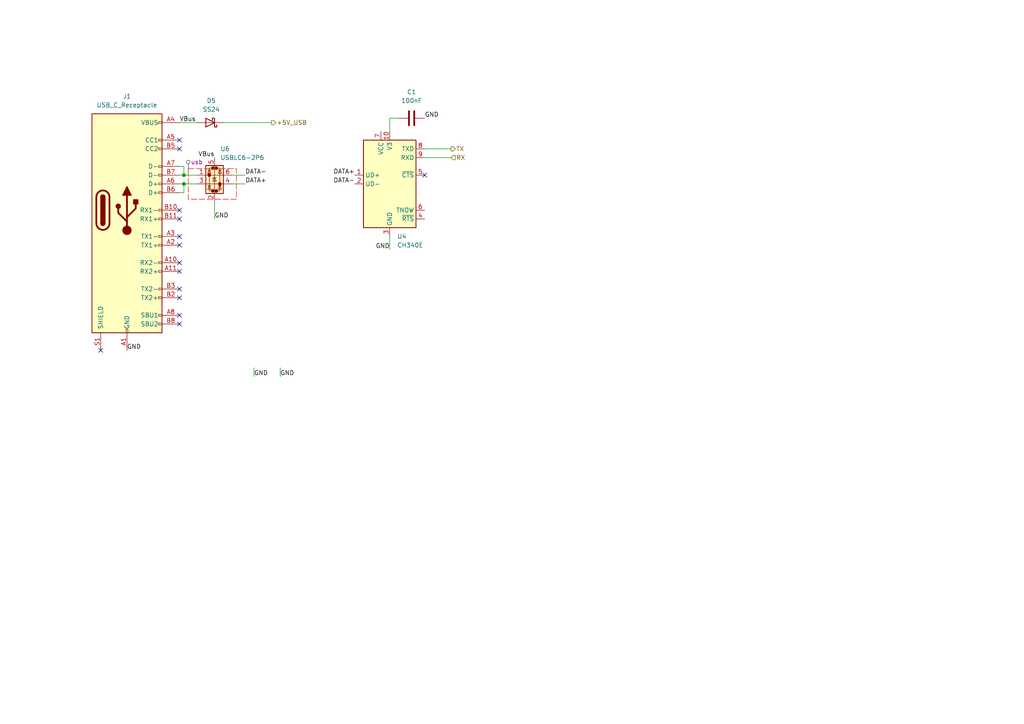
<source format=kicad_sch>
(kicad_sch (version 20250114) (generator "eeschema") (generator_version "9.0")
  (paper "A4")
  (lib_symbols
    (symbol "CREPP_Connectors_USB_C:USB_C_Receptacle" (pin_names (offset 1.016))
      (property "Reference" "J" (at -10.16 29.21 0))
      (property "Value" "USB_C_Receptacle" (at 10.16 29.21 0))
      (symbol "USB_C_Receptacle_0_0"
        (rectangle (start -0.254 -35.56) (end 0.254 -34.544))
        (rectangle (start 10.16 25.654) (end 9.144 25.146))
        (rectangle (start 10.16 20.574) (end 9.144 20.066))
        (rectangle (start 10.16 18.034) (end 9.144 17.526))
        (rectangle (start 10.16 12.954) (end 9.144 12.446))
        (rectangle (start 10.16 10.414) (end 9.144 9.906))
        (rectangle (start 10.16 7.874) (end 9.144 7.366))
        (rectangle (start 10.16 5.334) (end 9.144 4.826))
        (rectangle (start 10.16 0.254) (end 9.144 -0.254))
        (rectangle (start 10.16 -2.286) (end 9.144 -2.794))
        (rectangle (start 10.16 -7.366) (end 9.144 -7.874))
        (rectangle (start 10.16 -9.906) (end 9.144 -10.414))
        (rectangle (start 10.16 -14.986) (end 9.144 -15.494))
        (rectangle (start 10.16 -17.526) (end 9.144 -18.034))
        (rectangle (start 10.16 -22.606) (end 9.144 -23.114))
        (rectangle (start 10.16 -25.146) (end 9.144 -25.654))
        (rectangle (start 10.16 -30.226) (end 9.144 -30.734))
        (rectangle (start 10.16 -32.766) (end 9.144 -33.274))
      )
      (symbol "USB_C_Receptacle_0_1"
        (rectangle (start -10.16 27.94) (end 10.16 -35.56) (stroke (width 0.254)) (fill (type background)))
        (polyline (pts (xy -8.89 -3.81) (xy -8.89 3.81)) (stroke (width 0.508)))
        (rectangle (start -7.62 -3.81) (end -6.35 3.81) (stroke (width 0.254)) (fill (type outline)))
        (arc (start -7.62 3.81) (mid -6.985 4.4423) (end -6.35 3.81) (stroke (width 0.254)))
        (arc (start -7.62 3.81) (mid -6.985 4.4423) (end -6.35 3.81) (stroke (width 0.254)) (fill (type outline)))
        (arc (start -8.89 3.81) (mid -6.985 5.7067) (end -5.08 3.81) (stroke (width 0.508)))
        (arc (start -5.08 -3.81) (mid -6.985 -5.7067) (end -8.89 -3.81) (stroke (width 0.508)))
        (arc (start -6.35 -3.81) (mid -6.985 -4.4423) (end -7.62 -3.81) (stroke (width 0.254)))
        (arc (start -6.35 -3.81) (mid -6.985 -4.4423) (end -7.62 -3.81) (stroke (width 0.254)) (fill (type outline)))
        (polyline (pts (xy -5.08 3.81) (xy -5.08 -3.81)) (stroke (width 0.508)))
      )
      (symbol "USB_C_Receptacle_1_1"
        (circle (center -2.54 1.143) (radius 0.635) (stroke (width 0.254)) (fill (type outline)))
        (polyline (pts (xy -1.27 4.318) (xy 0 6.858) (xy 1.27 4.318) (xy -1.27 4.318)) (stroke (width 0.254)) (fill (type outline)))
        (polyline (pts (xy 0 -2.032) (xy 2.54 0.508) (xy 2.54 1.778)) (stroke (width 0.508)))
        (polyline (pts (xy 0 -3.302) (xy -2.54 -0.762) (xy -2.54 0.508)) (stroke (width 0.508)))
        (polyline (pts (xy 0 -5.842) (xy 0 4.318)) (stroke (width 0.508)))
        (circle (center 0 -5.842) (radius 1.27) (fill (type outline)))
        (rectangle (start 1.905 1.778) (end 3.175 3.048) (stroke (width 0.254)) (fill (type outline)))
        (pin passive line (at -7.62 -40.64 90) (length 5.08) (name "SHIELD") (number "S1"))
        (pin passive line (at 0 -40.64 90) (length 5.08) (name "GND") (number "A1"))
        (pin passive line (at 0 -40.64 90) (length 5.08) (hide yes) (name "GND") (number "A12"))
        (pin passive line (at 0 -40.64 90) (length 5.08) (hide yes) (name "GND") (number "B1"))
        (pin passive line (at 0 -40.64 90) (length 5.08) (hide yes) (name "GND") (number "B12"))
        (pin passive line (at 15.24 25.4 180) (length 5.08) (name "VBUS") (number "A4"))
        (pin passive line (at 15.24 25.4 180) (length 5.08) (hide yes) (name "VBUS") (number "A9"))
        (pin passive line (at 15.24 25.4 180) (length 5.08) (hide yes) (name "VBUS") (number "B4"))
        (pin passive line (at 15.24 25.4 180) (length 5.08) (hide yes) (name "VBUS") (number "B9"))
        (pin bidirectional line (at 15.24 20.32 180) (length 5.08) (name "CC1") (number "A5"))
        (pin bidirectional line (at 15.24 17.78 180) (length 5.08) (name "CC2") (number "B5"))
        (pin bidirectional line (at 15.24 12.7 180) (length 5.08) (name "D-") (number "A7"))
        (pin bidirectional line (at 15.24 10.16 180) (length 5.08) (name "D-") (number "B7"))
        (pin bidirectional line (at 15.24 7.62 180) (length 5.08) (name "D+") (number "A6"))
        (pin bidirectional line (at 15.24 5.08 180) (length 5.08) (name "D+") (number "B6"))
        (pin bidirectional line (at 15.24 0 180) (length 5.08) (name "RX1-") (number "B10"))
        (pin bidirectional line (at 15.24 -2.54 180) (length 5.08) (name "RX1+") (number "B11"))
        (pin bidirectional line (at 15.24 -7.62 180) (length 5.08) (name "TX1-") (number "A3"))
        (pin bidirectional line (at 15.24 -10.16 180) (length 5.08) (name "TX1+") (number "A2"))
        (pin bidirectional line (at 15.24 -15.24 180) (length 5.08) (name "RX2-") (number "A10"))
        (pin bidirectional line (at 15.24 -17.78 180) (length 5.08) (name "RX2+") (number "A11"))
        (pin bidirectional line (at 15.24 -22.86 180) (length 5.08) (name "TX2-") (number "B3"))
        (pin bidirectional line (at 15.24 -25.4 180) (length 5.08) (name "TX2+") (number "B2"))
        (pin bidirectional line (at 15.24 -30.48 180) (length 5.08) (name "SBU1") (number "A8"))
        (pin bidirectional line (at 15.24 -33.02 180) (length 5.08) (name "SBU2") (number "B8"))
      )
    )
    (symbol "CREPP_Diodes_SMT:1N5819_SS14" (pin_numbers (hide yes)) (pin_names (offset 1.016) (hide yes))
      (property "Reference" "D" (at 0 2.54 0))
      (property "Value" "SS24" (at 0 -2.54 0))
      (symbol "1N5819_SS14_0_1"
        (polyline (pts (xy -1.905 0.635) (xy -1.905 1.27) (xy -1.27 1.27) (xy -1.27 -1.27) (xy -0.635 -1.27) (xy -0.635 -0.635)) (stroke (width 0.254)))
        (polyline (pts (xy 1.27 1.27) (xy 1.27 -1.27) (xy -1.27 0) (xy 1.27 1.27)) (stroke (width 0.254)))
        (polyline (pts (xy 1.27 0) (xy -1.27 0)))
      )
      (symbol "1N5819_SS14_1_1"
        (pin passive line (at -3.81 0 0) (length 2.54) (name "K") (number "1"))
        (pin passive line (at 3.81 0 180) (length 2.54) (name "A") (number "2"))
      )
    )
    (symbol "CREPP_ESD:USBLC6-2P6" (pin_names (hide yes))
      (property "Reference" "U" (at 0.635 5.715 0))
      (property "Value" "USBLC6-2P6" (at 0.635 3.81 0))
      (symbol "USBLC6-2P6_0_0"
        (circle (center -1.524 0) (radius 0.0001) (stroke (width 0.508)))
        (circle (center -0.508 2.032) (radius 0.0001) (stroke (width 0.508)))
        (circle (center -0.508 -4.572) (radius 0.0001) (stroke (width 0.508)))
        (circle (center 0.508 2.032) (radius 0.0001) (stroke (width 0.508)))
        (circle (center 0.508 -4.572) (radius 0.0001) (stroke (width 0.508)))
        (circle (center 1.524 -2.54) (radius 0.0001) (stroke (width 0.508)))
      )
      (symbol "USBLC6-2P6_0_1"
        (polyline (pts (xy -2.54 0) (xy 2.54 0)))
        (polyline (pts (xy -2.54 -2.54) (xy 2.54 -2.54)))
        (polyline (pts (xy -2.032 0.508) (xy -1.016 0.508) (xy -1.524 1.524) (xy -2.032 0.508)))
        (polyline (pts (xy -2.032 -3.048) (xy -1.016 -3.048)))
        (polyline (pts (xy -1.016 1.524) (xy -2.032 1.524)))
        (polyline (pts (xy -1.016 -4.064) (xy -2.032 -4.064) (xy -1.524 -3.048) (xy -1.016 -4.064)))
        (polyline (pts (xy -0.508 -1.143) (xy -0.508 -0.762) (xy 0.508 -0.762)))
        (polyline (pts (xy 0 2.54) (xy -0.508 2.032) (xy 0.508 2.032) (xy 0 1.524) (xy 0 -4.064) (xy -0.508 -4.572) (xy 0.508 -4.572) (xy 0 -5.08)))
        (polyline (pts (xy 0.508 -1.778) (xy -0.508 -1.778) (xy 0 -0.762) (xy 0.508 -1.778)))
        (polyline (pts (xy 1.016 1.524) (xy 2.032 1.524)))
        (polyline (pts (xy 1.016 -3.048) (xy 2.032 -3.048)))
        (polyline (pts (xy 2.032 0.508) (xy 1.016 0.508) (xy 1.524 1.524) (xy 2.032 0.508)))
        (polyline (pts (xy 2.032 -4.064) (xy 1.016 -4.064) (xy 1.524 -3.048) (xy 2.032 -4.064)))
      )
      (symbol "USBLC6-2P6_1_1"
        (rectangle (start -2.54 2.794) (end 2.54 -5.334) (stroke (width 0.254)) (fill (type background)))
        (polyline (pts (xy -0.508 2.032) (xy -1.524 2.032) (xy -1.524 -4.572) (xy -0.508 -4.572)))
        (polyline (pts (xy 0.508 -4.572) (xy 1.524 -4.572) (xy 1.524 2.032) (xy 0.508 2.032)))
        (pin passive line (at -5.08 0 0) (length 2.54) (name "I/O1") (number "1"))
        (pin passive line (at -5.08 -2.54 0) (length 2.54) (name "I/O2") (number "3"))
        (pin passive line (at 0 5.08 270) (length 2.54) (name "VBUS") (number "5"))
        (pin passive line (at 0 -7.62 90) (length 2.54) (name "GND") (number "2"))
        (pin passive line (at 5.08 0 180) (length 2.54) (name "I/O1") (number "6"))
        (pin passive line (at 5.08 -2.54 180) (length 2.54) (name "I/O2") (number "4"))
      )
    )
    (symbol "Device:C" (pin_numbers (hide yes)) (pin_names (offset 0.254))
      (property "Reference" "C" (at 0.635 2.54 0))
      (property "Value" "C" (at 0.635 -2.54 0))
      (symbol "C_0_1"
        (polyline (pts (xy -2.032 0.762) (xy 2.032 0.762)) (stroke (width 0.508)))
        (polyline (pts (xy -2.032 -0.762) (xy 2.032 -0.762)) (stroke (width 0.508)))
      )
      (symbol "C_1_1"
        (pin passive line (at 0 3.81 270) (length 2.794) (name "~") (number "1"))
        (pin passive line (at 0 -3.81 90) (length 2.794) (name "~") (number "2"))
      )
    )
    (symbol "Interface_USB:CH340E"
      (property "Reference" "U" (at -5.08 13.97 0))
      (property "Value" "CH340E" (at 1.27 13.97 0))
      (symbol "CH340E_0_1"
        (rectangle (start -7.62 12.7) (end 7.62 -12.7) (stroke (width 0.254)) (fill (type background)))
      )
      (symbol "CH340E_1_1"
        (pin bidirectional line (at -10.16 2.54 0) (length 2.54) (name "UD+") (number "1"))
        (pin bidirectional line (at -10.16 0 0) (length 2.54) (name "UD-") (number "2"))
        (pin power_in line (at -2.54 15.24 270) (length 2.54) (name "VCC") (number "7"))
        (pin power_out line (at 0 15.24 270) (length 2.54) (name "V3") (number "10"))
        (pin power_in line (at 0 -15.24 90) (length 2.54) (name "GND") (number "3"))
        (pin output line (at 10.16 10.16 180) (length 2.54) (name "TXD") (number "8"))
        (pin input line (at 10.16 7.62 180) (length 2.54) (name "RXD") (number "9"))
        (pin input line (at 10.16 2.54 180) (length 2.54) (name "~{CTS}") (number "5"))
        (pin output line (at 10.16 -7.62 180) (length 2.54) (name "TNOW") (number "6"))
        (pin output line (at 10.16 -10.16 180) (length 2.54) (name "~{RTS}") (number "4"))
      )
    )
  )
  (junction (at 53.34 53.34))
  (junction (at 53.34 50.8))
  (no_connect (at 52.07 76.2))
  (no_connect (at 52.07 43.18))
  (no_connect (at 52.07 60.96))
  (no_connect (at 52.07 91.44))
  (no_connect (at 52.07 83.82))
  (no_connect (at 52.07 86.36))
  (no_connect (at 123.19 50.8))
  (no_connect (at 52.07 68.58))
  (no_connect (at 52.07 78.74))
  (no_connect (at 52.07 40.64))
  (no_connect (at 52.07 71.12))
  (no_connect (at 52.07 93.98))
  (no_connect (at 29.21 101.6))
  (no_connect (at 52.07 63.5))
  (wire (pts (xy 52.07 53.34) (xy 53.34 53.34)))
  (wire (pts (xy 81.28 106.68) (xy 81.28 109.22)))
  (wire (pts (xy 52.07 55.88) (xy 53.34 55.88)))
  (wire (pts (xy 53.34 53.34) (xy 53.34 55.88)))
  (wire (pts (xy 123.19 43.18) (xy 130.81 43.18)))
  (wire (pts (xy 113.03 34.29) (xy 113.03 38.1)))
  (wire (pts (xy 67.31 50.8) (xy 71.12 50.8)))
  (wire (pts (xy 73.66 106.68) (xy 73.66 109.22)))
  (wire (pts (xy 62.23 63.5) (xy 62.23 58.42)))
  (wire (pts (xy 52.07 48.26) (xy 53.34 48.26)))
  (wire (pts (xy 115.57 34.29) (xy 113.03 34.29)))
  (wire (pts (xy 67.31 53.34) (xy 71.12 53.34)))
  (wire (pts (xy 123.19 45.72) (xy 130.81 45.72)))
  (wire (pts (xy 53.34 50.8) (xy 52.07 50.8)))
  (wire (pts (xy 53.34 53.34) (xy 57.15 53.34)))
  (wire (pts (xy 53.34 50.8) (xy 57.15 50.8)))
  (wire (pts (xy 52.07 35.56) (xy 57.15 35.56)))
  (wire (pts (xy 113.03 72.39) (xy 113.03 68.58)))
  (wire (pts (xy 53.34 48.26) (xy 53.34 50.8)))
  (wire (pts (xy 64.77 35.56) (xy 78.74 35.56)))
  (label "GND" (at 62.23 63.5 0))
  (label "VBus" (at 62.23 45.72 180))
  (label "DATA+" (at 71.12 53.34 0))
  (label "GND" (at 73.66 109.22 0))
  (label "DATA-" (at 71.12 50.8 0))
  (label "GND" (at 123.19 34.29 0))
  (label "VBus" (at 52.07 35.56 0))
  (label "DATA-" (at 102.87 53.34 180))
  (label "GND" (at 36.83 101.6 0))
  (label "GND" (at 113.03 72.39 180))
  (label "GND" (at 81.28 109.22 0))
  (label "DATA+" (at 102.87 50.8 180))
  (hierarchical_label "RX" (shape input) (at 130.81 45.72 0))
  (hierarchical_label "TX" (shape output) (at 130.81 43.18 0))
  (hierarchical_label "+5V_USB" (shape output) (at 78.74 35.56 0))
  (rule_area (polyline (pts (xy 54.61 48.895) (xy 68.58 48.895) (xy 68.58 57.785) (xy 54.61 57.785)) (stroke (width 0) (type dash))))
  (netclass_flag "" (length 2.54) (shape round) (at 54.61 49.53 0) (property "Netclass" "usb" (at 55.3085 46.99 0) (effects (justify left))))
  (symbol (lib_id "CREPP_Diodes_SMT:1N5819_SS14") (at 60.96 35.56 180) (unit 1)
    (property "Reference" "D5" (at 61.2775 29.21 0))
    (property "Value" "SS24" (at 61.2775 31.75 0))
    (property "Footprint" "Diode_SMD:D_SMA" (effects (hide yes)))
    (property "Datasheet" "https://www.vishay.com/docs/88748/ss22.pdf" (effects (hide yes)))
    (property "Description" "40V 1A Schottky Diode, SMA" (effects (hide yes)))
  )
  (symbol (lib_id "Interface_USB:CH340E") (at 113.03 53.34 0) (unit 1)
    (property "Reference" "U4" (at 115.1733 68.58 0) (effects (justify left)))
    (property "Value" "CH340E" (at 115.1733 71.12 0) (effects (justify left)))
    (property "Footprint" "Package_SO:MSOP-10_3x3mm_P0.5mm" (effects (hide yes)))
    (property "Datasheet" "https://www.mpja.com/download/35227cpdata.pdf" (effects (hide yes)))
    (property "Description" "USB serial converter, UART, MSOP-10" (effects (hide yes)))
  )
  (symbol (lib_id "Device:C") (at 119.38 34.29 90) (unit 1)
    (property "Reference" "C1" (at 119.38 26.67 90))
    (property "Value" "100nF" (at 119.38 29.21 90))
    (property "Footprint" "Capacitor_SMD:C_0603_1608Metric_Pad1.08x0.95mm_HandSolder" (effects (hide yes)))
    (property "Description" "Unpolarized capacitor" (effects (hide yes)))
  )
  (symbol (lib_id "CREPP_Connectors_USB_C:USB_C_Receptacle") (at 36.83 60.96 0) (unit 1)
    (property "Reference" "J1" (at 36.83 27.94 0))
    (property "Value" "USB_C_Receptacle" (at 36.83 30.48 0))
    (property "Footprint" "CREPP_Connectors_USB:USB_C_Receptacle_GCT_USB4085" (effects (hide yes)))
    (property "Datasheet" "https://www.usb.org/sites/default/files/documents/usb_type-c.zip" (effects (hide yes)))
    (property "Description" "USB Full-Featured Type-C Receptacle connector" (effects (hide yes)))
  )
  (symbol (lib_id "CREPP_ESD:USBLC6-2P6") (at 62.23 50.8 0) (unit 1)
    (property "Reference" "U6" (at 63.8811 43.18 0) (effects (justify left)))
    (property "Value" "USBLC6-2P6" (at 63.8811 45.72 0) (effects (justify left)))
    (property "Footprint" "Package_TO_SOT_SMD:SOT-666" (effects (hide yes)))
    (property "Datasheet" "https://www.st.com/resource/en/datasheet/usblc6-2.pdf" (effects (hide yes)))
    (property "Description" "Very low capacitance ESD protection diode, 2 data-line, SOT-666" (effects (hide yes)))
  )
)
</source>
